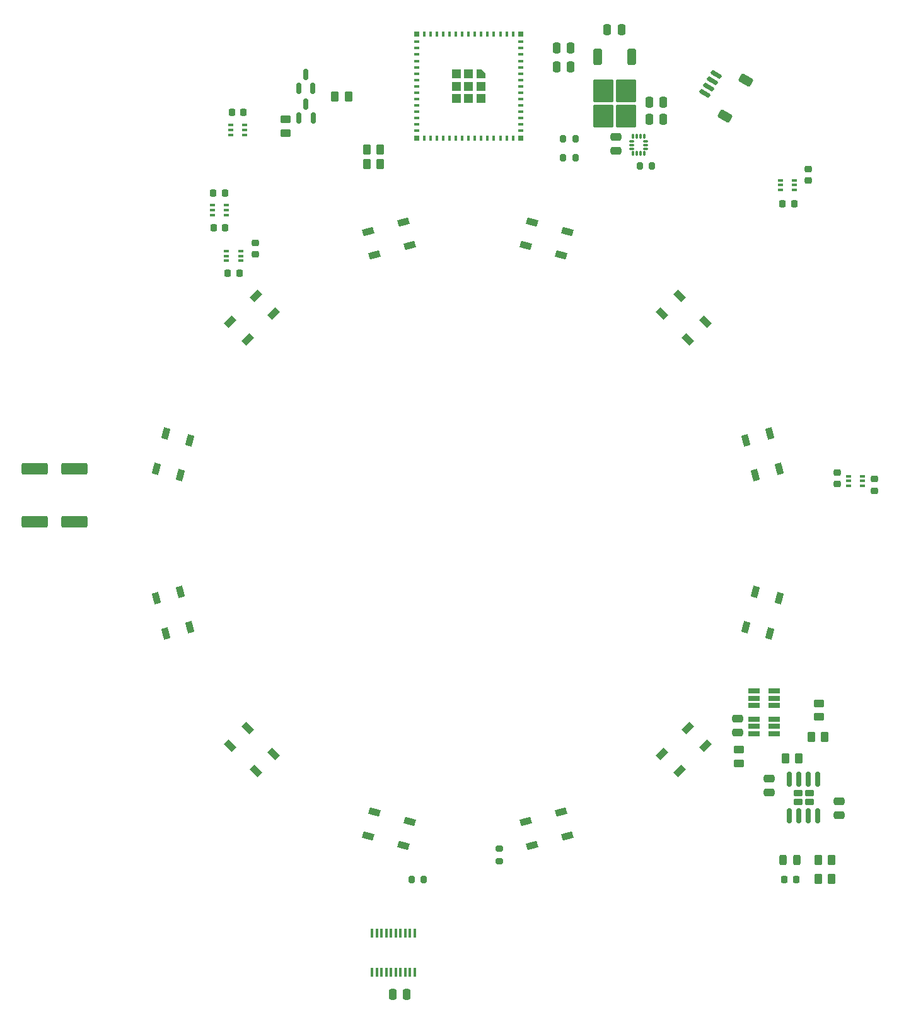
<source format=gbp>
G04 #@! TF.GenerationSoftware,KiCad,Pcbnew,7.0.1-3b83917a11~171~ubuntu22.04.1*
G04 #@! TF.CreationDate,2023-04-05T15:14:01-07:00*
G04 #@! TF.ProjectId,dancing_forest,64616e63-696e-4675-9f66-6f726573742e,rev?*
G04 #@! TF.SameCoordinates,Original*
G04 #@! TF.FileFunction,Paste,Bot*
G04 #@! TF.FilePolarity,Positive*
%FSLAX46Y46*%
G04 Gerber Fmt 4.6, Leading zero omitted, Abs format (unit mm)*
G04 Created by KiCad (PCBNEW 7.0.1-3b83917a11~171~ubuntu22.04.1) date 2023-04-05 15:14:01*
%MOMM*%
%LPD*%
G01*
G04 APERTURE LIST*
G04 Aperture macros list*
%AMRoundRect*
0 Rectangle with rounded corners*
0 $1 Rounding radius*
0 $2 $3 $4 $5 $6 $7 $8 $9 X,Y pos of 4 corners*
0 Add a 4 corners polygon primitive as box body*
4,1,4,$2,$3,$4,$5,$6,$7,$8,$9,$2,$3,0*
0 Add four circle primitives for the rounded corners*
1,1,$1+$1,$2,$3*
1,1,$1+$1,$4,$5*
1,1,$1+$1,$6,$7*
1,1,$1+$1,$8,$9*
0 Add four rect primitives between the rounded corners*
20,1,$1+$1,$2,$3,$4,$5,0*
20,1,$1+$1,$4,$5,$6,$7,0*
20,1,$1+$1,$6,$7,$8,$9,0*
20,1,$1+$1,$8,$9,$2,$3,0*%
%AMRotRect*
0 Rectangle, with rotation*
0 The origin of the aperture is its center*
0 $1 length*
0 $2 width*
0 $3 Rotation angle, in degrees counterclockwise*
0 Add horizontal line*
21,1,$1,$2,0,0,$3*%
%AMFreePoly0*
4,1,6,0.600000,-0.600000,0.000000,-0.600000,-0.600000,0.000000,-0.600000,0.600000,0.600000,0.600000,0.600000,-0.600000,0.600000,-0.600000,$1*%
G04 Aperture macros list end*
%ADD10RotRect,1.500000X0.900000X45.000000*%
%ADD11RoundRect,0.250000X-0.262500X-0.450000X0.262500X-0.450000X0.262500X0.450000X-0.262500X0.450000X0*%
%ADD12RoundRect,0.218750X0.218750X0.256250X-0.218750X0.256250X-0.218750X-0.256250X0.218750X-0.256250X0*%
%ADD13RoundRect,0.250000X-0.450000X0.262500X-0.450000X-0.262500X0.450000X-0.262500X0.450000X0.262500X0*%
%ADD14RoundRect,0.225000X0.250000X-0.225000X0.250000X0.225000X-0.250000X0.225000X-0.250000X-0.225000X0*%
%ADD15RoundRect,0.200000X0.275000X-0.200000X0.275000X0.200000X-0.275000X0.200000X-0.275000X-0.200000X0*%
%ADD16RoundRect,0.150000X-0.466266X0.442404X-0.616266X0.182596X0.466266X-0.442404X0.616266X-0.182596X0*%
%ADD17RoundRect,0.250000X-0.387917X0.628109X-0.737917X0.021891X0.387917X-0.628109X0.737917X-0.021891X0*%
%ADD18RotRect,1.500000X0.900000X315.000000*%
%ADD19RotRect,1.500000X0.900000X285.000000*%
%ADD20RotRect,1.500000X0.900000X105.000000*%
%ADD21RoundRect,0.250000X1.500000X0.550000X-1.500000X0.550000X-1.500000X-0.550000X1.500000X-0.550000X0*%
%ADD22RoundRect,0.200000X-0.200000X-0.275000X0.200000X-0.275000X0.200000X0.275000X-0.200000X0.275000X0*%
%ADD23RoundRect,0.250000X0.262500X0.450000X-0.262500X0.450000X-0.262500X-0.450000X0.262500X-0.450000X0*%
%ADD24RoundRect,0.225000X0.225000X0.250000X-0.225000X0.250000X-0.225000X-0.250000X0.225000X-0.250000X0*%
%ADD25RotRect,1.500000X0.900000X135.000000*%
%ADD26RoundRect,0.250000X0.450000X-0.262500X0.450000X0.262500X-0.450000X0.262500X-0.450000X-0.262500X0*%
%ADD27RotRect,1.500000X0.900000X75.000000*%
%ADD28RoundRect,0.250000X0.475000X-0.250000X0.475000X0.250000X-0.475000X0.250000X-0.475000X-0.250000X0*%
%ADD29R,0.650000X0.400000*%
%ADD30R,0.400000X1.200000*%
%ADD31RoundRect,0.250000X0.250000X0.475000X-0.250000X0.475000X-0.250000X-0.475000X0.250000X-0.475000X0*%
%ADD32RoundRect,0.225000X-0.250000X0.225000X-0.250000X-0.225000X0.250000X-0.225000X0.250000X0.225000X0*%
%ADD33RoundRect,0.200000X0.200000X0.275000X-0.200000X0.275000X-0.200000X-0.275000X0.200000X-0.275000X0*%
%ADD34RoundRect,0.087500X0.087500X-0.225000X0.087500X0.225000X-0.087500X0.225000X-0.087500X-0.225000X0*%
%ADD35RoundRect,0.087500X0.225000X-0.087500X0.225000X0.087500X-0.225000X0.087500X-0.225000X-0.087500X0*%
%ADD36R,0.800000X0.400000*%
%ADD37R,0.400000X0.800000*%
%ADD38R,1.200000X1.200000*%
%ADD39FreePoly0,180.000000*%
%ADD40R,0.800000X0.800000*%
%ADD41RotRect,1.500000X0.900000X255.000000*%
%ADD42R,1.560000X0.650000*%
%ADD43RoundRect,0.250000X-0.475000X0.250000X-0.475000X-0.250000X0.475000X-0.250000X0.475000X0.250000X0*%
%ADD44RoundRect,0.250000X-0.250000X-0.475000X0.250000X-0.475000X0.250000X0.475000X-0.250000X0.475000X0*%
%ADD45RoundRect,0.150000X0.150000X-0.587500X0.150000X0.587500X-0.150000X0.587500X-0.150000X-0.587500X0*%
%ADD46RotRect,1.500000X0.900000X225.000000*%
%ADD47RotRect,1.500000X0.900000X345.000000*%
%ADD48RotRect,1.500000X0.900000X165.000000*%
%ADD49RoundRect,0.243750X0.243750X0.456250X-0.243750X0.456250X-0.243750X-0.456250X0.243750X-0.456250X0*%
%ADD50RoundRect,0.225000X-0.225000X-0.250000X0.225000X-0.250000X0.225000X0.250000X-0.225000X0.250000X0*%
%ADD51RoundRect,0.250000X-0.350000X0.850000X-0.350000X-0.850000X0.350000X-0.850000X0.350000X0.850000X0*%
%ADD52RoundRect,0.250000X-1.125000X1.275000X-1.125000X-1.275000X1.125000X-1.275000X1.125000X1.275000X0*%
%ADD53RotRect,1.500000X0.900000X195.000000*%
%ADD54RotRect,1.500000X0.900000X15.000000*%
%ADD55RoundRect,0.230000X-0.375000X0.230000X-0.375000X-0.230000X0.375000X-0.230000X0.375000X0.230000X0*%
%ADD56RoundRect,0.150000X-0.150000X0.825000X-0.150000X-0.825000X0.150000X-0.825000X0.150000X0.825000X0*%
G04 APERTURE END LIST*
D10*
X228425693Y-231890516D03*
X226092240Y-229557063D03*
X229557063Y-226092240D03*
X231890516Y-228425693D03*
D11*
X186444880Y-150425000D03*
X188269880Y-150425000D03*
D12*
X244080120Y-246435000D03*
X242505120Y-246435000D03*
D13*
X175525000Y-144414880D03*
X175525000Y-146239880D03*
D14*
X254595000Y-194217620D03*
X254595000Y-192667620D03*
D15*
X204215000Y-243957620D03*
X204215000Y-242307620D03*
D16*
X233372949Y-138348342D03*
X232872949Y-139214367D03*
X232372949Y-140080393D03*
X231872949Y-140946418D03*
D17*
X237378798Y-139160009D03*
X234578798Y-144009751D03*
D18*
X168109484Y-228425693D03*
X170442937Y-226092240D03*
X173907760Y-229557063D03*
X171574307Y-231890516D03*
D19*
X158169157Y-208672114D03*
X161356712Y-207818011D03*
X162624925Y-212551048D03*
X159437370Y-213405151D03*
D20*
X241830843Y-191327886D03*
X238643288Y-192181989D03*
X237375075Y-187448952D03*
X240562630Y-186594849D03*
D21*
X147202620Y-198425000D03*
X141802620Y-198425000D03*
D22*
X192442380Y-246425000D03*
X194092380Y-246425000D03*
D23*
X244485120Y-230175000D03*
X242660120Y-230175000D03*
D24*
X167370000Y-154325000D03*
X165820000Y-154325000D03*
D25*
X231890516Y-171574307D03*
X229557063Y-173907760D03*
X226092240Y-170442937D03*
X228425693Y-168109484D03*
D26*
X247125000Y-224585120D03*
X247125000Y-222760120D03*
D27*
X240562630Y-213405151D03*
X237375075Y-212551048D03*
X238643288Y-207818011D03*
X241830843Y-208672114D03*
D28*
X249895000Y-237802620D03*
X249895000Y-235902620D03*
D29*
X251107380Y-193575000D03*
X251107380Y-192925000D03*
X251107380Y-192275000D03*
X253007380Y-192275000D03*
X253007380Y-192925000D03*
X253007380Y-193575000D03*
D30*
X192882500Y-258842620D03*
X192247500Y-258842620D03*
X191612500Y-258842620D03*
X190977500Y-258842620D03*
X190342500Y-258842620D03*
X189707500Y-258842620D03*
X189072500Y-258842620D03*
X188437500Y-258842620D03*
X187802500Y-258842620D03*
X187167500Y-258842620D03*
X187167500Y-253642620D03*
X187802500Y-253642620D03*
X188437500Y-253642620D03*
X189072500Y-253642620D03*
X189707500Y-253642620D03*
X190342500Y-253642620D03*
X190977500Y-253642620D03*
X191612500Y-253642620D03*
X192247500Y-253642620D03*
X192882500Y-253642620D03*
D31*
X220652620Y-132355000D03*
X218752620Y-132355000D03*
D32*
X171495000Y-160960000D03*
X171495000Y-162510000D03*
D33*
X214442380Y-149555000D03*
X212792380Y-149555000D03*
D34*
X223695000Y-149005120D03*
X223195000Y-149005120D03*
X222695000Y-149005120D03*
X222195000Y-149005120D03*
D35*
X222032500Y-148342620D03*
X222032500Y-147842620D03*
X222032500Y-147342620D03*
D34*
X222195000Y-146680120D03*
X222695000Y-146680120D03*
X223195000Y-146680120D03*
X223695000Y-146680120D03*
D35*
X223857500Y-147342620D03*
X223857500Y-147842620D03*
X223857500Y-148342620D03*
D36*
X207110000Y-134010000D03*
X207110000Y-134860000D03*
X207110000Y-135710000D03*
X207110000Y-136560000D03*
X207110000Y-137410000D03*
X207110000Y-138260000D03*
X207110000Y-139110000D03*
X207110000Y-139960000D03*
X207110000Y-140810000D03*
X207110000Y-141660000D03*
X207110000Y-142510000D03*
X207110000Y-143360000D03*
X207110000Y-144210000D03*
X207110000Y-145060000D03*
X207110000Y-145910000D03*
D37*
X206060000Y-146960000D03*
X205210000Y-146960000D03*
X204360000Y-146960000D03*
X203510000Y-146960000D03*
X202660000Y-146960000D03*
X201810000Y-146960000D03*
X200960000Y-146960000D03*
X200110000Y-146960000D03*
X199260000Y-146960000D03*
X198410000Y-146960000D03*
X197560000Y-146960000D03*
X196710000Y-146960000D03*
X195860000Y-146960000D03*
X195010000Y-146960000D03*
X194160000Y-146960000D03*
D36*
X193110000Y-145910000D03*
X193110000Y-145060000D03*
X193110000Y-144210000D03*
X193110000Y-143360000D03*
X193110000Y-142510000D03*
X193110000Y-141660000D03*
X193110000Y-140810000D03*
X193110000Y-139960000D03*
X193110000Y-139110000D03*
X193110000Y-138260000D03*
X193110000Y-137410000D03*
X193110000Y-136560000D03*
X193110000Y-135710000D03*
X193110000Y-134860000D03*
X193110000Y-134010000D03*
D37*
X194160000Y-132960000D03*
X195010000Y-132960000D03*
X195860000Y-132960000D03*
X196710000Y-132960000D03*
X197560000Y-132960000D03*
X198410000Y-132960000D03*
X199260000Y-132960000D03*
X200110000Y-132960000D03*
X200960000Y-132960000D03*
X201810000Y-132960000D03*
X202660000Y-132960000D03*
X203510000Y-132960000D03*
X204360000Y-132960000D03*
X205210000Y-132960000D03*
X206060000Y-132960000D03*
D38*
X201760000Y-141610000D03*
X201760000Y-139960000D03*
D39*
X201760000Y-138310000D03*
D38*
X200110000Y-141610000D03*
X200110000Y-139960000D03*
X200110000Y-138310000D03*
X198460000Y-141610000D03*
X198460000Y-139960000D03*
X198460000Y-138310000D03*
D40*
X207110000Y-132960000D03*
X207110000Y-146960000D03*
X193110000Y-146960000D03*
X193110000Y-132960000D03*
D29*
X167592620Y-155925000D03*
X167592620Y-156575000D03*
X167592620Y-157225000D03*
X165692620Y-157225000D03*
X165692620Y-156575000D03*
X165692620Y-155925000D03*
D31*
X191802620Y-261805000D03*
X189902620Y-261805000D03*
D41*
X159437370Y-186594849D03*
X162624925Y-187448952D03*
X161356712Y-192181989D03*
X158169157Y-191327886D03*
D22*
X223092380Y-150635000D03*
X224742380Y-150635000D03*
D32*
X245695000Y-151040000D03*
X245695000Y-152590000D03*
D42*
X238447380Y-223025000D03*
X238447380Y-222075000D03*
X238447380Y-221125000D03*
X241147380Y-221125000D03*
X241147380Y-222075000D03*
X241147380Y-223025000D03*
D43*
X219865000Y-146747380D03*
X219865000Y-148647380D03*
D29*
X169492620Y-162075000D03*
X169492620Y-162725000D03*
X169492620Y-163375000D03*
X167592620Y-163375000D03*
X167592620Y-162725000D03*
X167592620Y-162075000D03*
D31*
X213802620Y-137325000D03*
X211902620Y-137325000D03*
X213802620Y-134815000D03*
X211902620Y-134815000D03*
D44*
X224347380Y-144385000D03*
X226247380Y-144385000D03*
D14*
X249605000Y-193330000D03*
X249605000Y-191780000D03*
D44*
X224347380Y-142125000D03*
X226247380Y-142125000D03*
D45*
X179225000Y-144220120D03*
X177325000Y-144220120D03*
X178275000Y-142345120D03*
D11*
X247060120Y-246325000D03*
X248885120Y-246325000D03*
D22*
X212792380Y-147045000D03*
X214442380Y-147045000D03*
D28*
X236215000Y-226702620D03*
X236215000Y-224802620D03*
D11*
X247060120Y-243775000D03*
X248885120Y-243775000D03*
D21*
X147202620Y-191275000D03*
X141802620Y-191275000D03*
D46*
X171574307Y-168109484D03*
X173907760Y-170442937D03*
X170442937Y-173907760D03*
X168109484Y-171574307D03*
D11*
X182164880Y-141325000D03*
X183989880Y-141325000D03*
D29*
X168157380Y-146475000D03*
X168157380Y-145825000D03*
X168157380Y-145175000D03*
X170057380Y-145175000D03*
X170057380Y-145825000D03*
X170057380Y-146475000D03*
D47*
X186594849Y-240562630D03*
X187448952Y-237375075D03*
X192181989Y-238643288D03*
X191327886Y-241830843D03*
D28*
X240455000Y-234752620D03*
X240455000Y-232852620D03*
D48*
X213405151Y-159437370D03*
X212551048Y-162624925D03*
X207818011Y-161356712D03*
X208672114Y-158169157D03*
D49*
X244180120Y-243820000D03*
X242305120Y-243820000D03*
D50*
X165867620Y-158935000D03*
X167417620Y-158935000D03*
X167782380Y-165025000D03*
X169332380Y-165025000D03*
X168332380Y-143435000D03*
X169882380Y-143435000D03*
D23*
X247935120Y-227275000D03*
X246110120Y-227275000D03*
D26*
X236425000Y-230835120D03*
X236425000Y-229010120D03*
D51*
X217415000Y-135997380D03*
D52*
X221220000Y-140622380D03*
X218170000Y-140622380D03*
X221220000Y-143972380D03*
X218170000Y-143972380D03*
D51*
X221975000Y-135997380D03*
D53*
X191327886Y-158169157D03*
X192181989Y-161356712D03*
X187448952Y-162624925D03*
X186594849Y-159437370D03*
D42*
X241152620Y-224925000D03*
X241152620Y-225875000D03*
X241152620Y-226825000D03*
X238452620Y-226825000D03*
X238452620Y-225875000D03*
X238452620Y-224925000D03*
D50*
X242282380Y-155705000D03*
X243832380Y-155705000D03*
D45*
X179175000Y-140220120D03*
X177275000Y-140220120D03*
X178225000Y-138345120D03*
D54*
X208672114Y-241830843D03*
X207818011Y-238643288D03*
X212551048Y-237375075D03*
X213405151Y-240562630D03*
D55*
X245875000Y-234837380D03*
X244375000Y-234837380D03*
X245875000Y-235977380D03*
X244375000Y-235977380D03*
D56*
X243220000Y-232932380D03*
X244490000Y-232932380D03*
X245760000Y-232932380D03*
X247030000Y-232932380D03*
X247030000Y-237882380D03*
X245760000Y-237882380D03*
X244490000Y-237882380D03*
X243220000Y-237882380D03*
D23*
X188269880Y-148475000D03*
X186444880Y-148475000D03*
D29*
X243892620Y-152575000D03*
X243892620Y-153225000D03*
X243892620Y-153875000D03*
X241992620Y-153875000D03*
X241992620Y-153225000D03*
X241992620Y-152575000D03*
M02*

</source>
